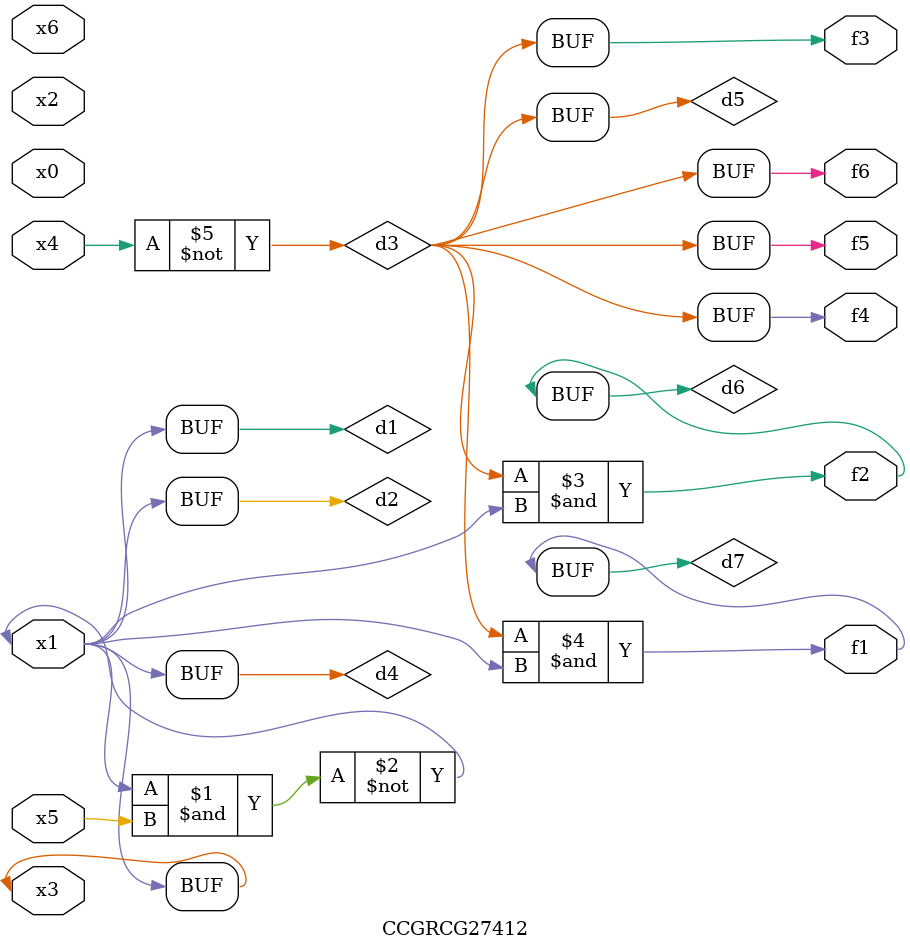
<source format=v>
module CCGRCG27412(
	input x0, x1, x2, x3, x4, x5, x6,
	output f1, f2, f3, f4, f5, f6
);

	wire d1, d2, d3, d4, d5, d6, d7;

	buf (d1, x1, x3);
	nand (d2, x1, x5);
	not (d3, x4);
	buf (d4, d1, d2);
	buf (d5, d3);
	and (d6, d3, d4);
	and (d7, d3, d4);
	assign f1 = d7;
	assign f2 = d6;
	assign f3 = d5;
	assign f4 = d5;
	assign f5 = d5;
	assign f6 = d5;
endmodule

</source>
